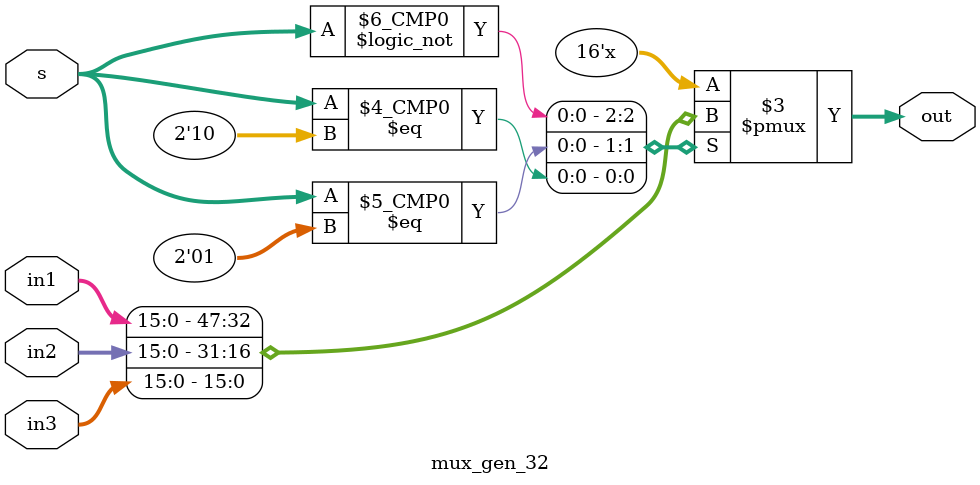
<source format=v>
module mux_gen_32 (out, s, in1, in2, in3);

output reg [15:0] out;
input [15:0] in1, in2, in3;
input [1:0] s;

always @(*)
begin
	case(s)
	2'b00	: out = in1;
	2'b01	: out = in2;
	2'b10	: out = in3;
	endcase
end

endmodule
</source>
